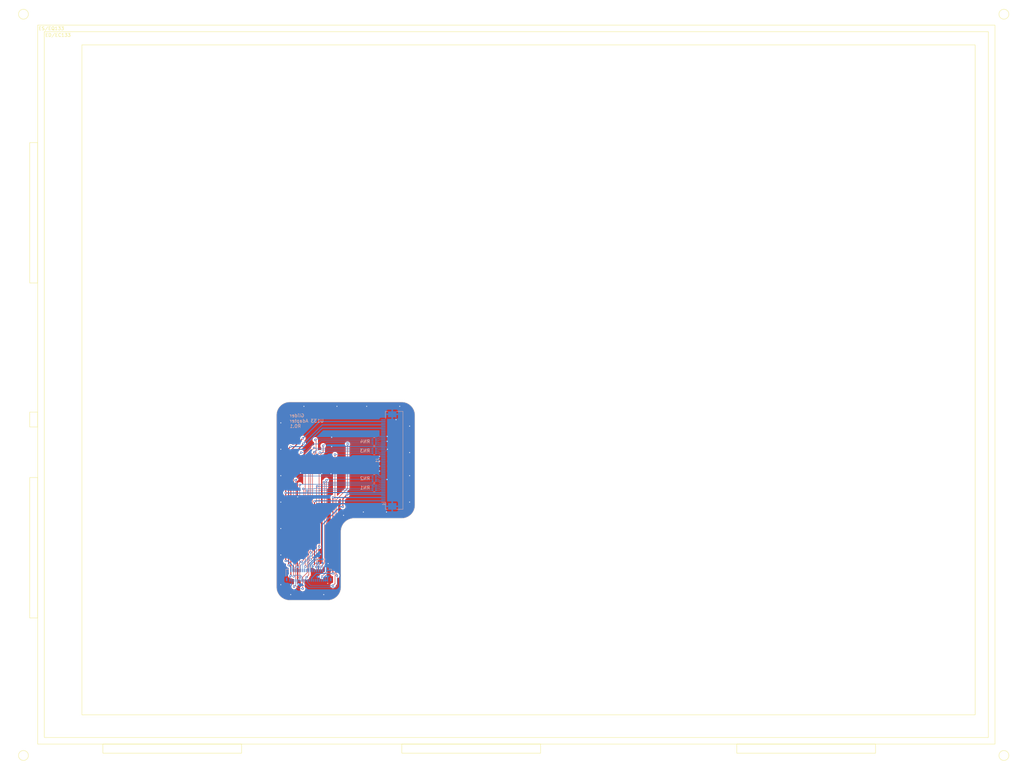
<source format=kicad_pcb>
(kicad_pcb (version 20240108) (generator "pcbnew") (generator_version "8.0")
  (title_block (title "u133_adapter") (date "2025-04-18") (rev "r0p1"))
  (layers (0 "F.Cu" signal) (31 "B.Cu" signal) (34 "B.Paste" user) (35 "F.Paste" user) (36 "B.SilkS" user "B.Silkscreen") (37 "F.SilkS" user "F.Silkscreen") (38 "B.Mask" user) (39 "F.Mask" user) (44 "Edge.Cuts" user))
  (net 0 "")
  (net 1 "GND")
  (net 2 "+3V3")
  (net 4 "/BORDER")
  (net 5 "-VGL")
  (net 8 "/GDOE")
  (net 9 "/GDCLK")
  (net 10 "/GDSP")
  (net 11 "/ESDCLK")
  (net 12 "/ED0")
  (net 13 "+VGH")
  (net 14 "/ED1")
  (net 15 "-VCOM")
  (net 16 "/ED2")
  (net 17 "-VN")
  (net 18 "/ED3")
  (net 19 "+VP")
  (net 20 "/ED4")
  (net 21 "/ED5")
  (net 23 "/ED6")
  (net 25 "/ED7")
  (net 27 "/SDCE0")
  (net 28 "/ESDLE")
  (net 29 "/ESDOE")
  (net 39 "Net-(J1-Pin_12)")
  (net 40 "Net-(J1-Pin_8)")
  (net 41 "Net-(J1-Pin_35)")
  (net 43 "Net-(J1-Pin_38)")
  (net 45 "Net-(J1-Pin_10)")
  (net 48 "Net-(J1-Pin_33)")
  (net 50 "Net-(J1-Pin_15)")
  (net 51 "Net-(J1-Pin_32)")
  (net 53 "Net-(J1-Pin_36)")
  (net 54 "Net-(J1-Pin_30)")
  (net 55 "Net-(J1-Pin_11)")
  (net 56 "Net-(J1-Pin_29)")
  (net 58 "Net-(J1-Pin_13)")
  (net 59 "Net-(J1-Pin_9)")
  (net 60 "Net-(J1-Pin_39)")
  (footprint "Resistor_SMD:R_Array_Convex_4x0402" (layer "B.Cu") (at 163.2902 169.85 180)
    (property "Reference" "RN2")
    (property "Value" "33R / 4D02WGF330JTCE")
  )
  (footprint "footprints:Molex_5025983993" (layer "B.Cu") (at 143.45 199.3 180)
    (property "Reference" "J3")
    (property "Value" "502598-3993")
  )
  (footprint "Resistor_SMD:R_0402_1005Metric" (layer "B.Cu") (at 147.6 194.85 90)
    (property "Reference" "R5")
    (property "Value" "0")
  )
  (footprint "Resistor_SMD:R_Array_Convex_4x0402" (layer "B.Cu") (at 163.2902 161.45 180)
    (property "Reference" "RN3")
    (property "Value" "33R / 4D02WGF330JTCE")
  )
  (footprint "footprints:Xunpu_FPC-05F-50PH20_1x50-1MP_P0.50mm_Horizontal_Mirrored" (layer "B.Cu") (at 167.985 164.35 -90)
    (property "Reference" "J1")
    (property "Value" "Conn_01x50_MountingPin")
  )
  (footprint "Resistor_SMD:R_Array_Convex_4x0402" (layer "B.Cu") (at 163.2902 172.65 180)
    (property "Reference" "RN1")
    (property "Value" "33R / 4D02WGF330JTCE")
  )
  (footprint "Resistor_SMD:R_Array_Convex_4x0402" (layer "B.Cu") (at 163.2902 158.65 180)
    (property "Reference" "RN4")
    (property "Value" "33R / 4D02WGF330JTCE")
  )
  (gr_circle (center 57.1 253.7) (end 58.6 253.7) (stroke (width 0.15)) (fill none) (layer "F.SilkS"))
  (gr_circle (center 57.1 29.3) (end 58.6 29.3) (stroke (width 0.15)) (fill none) (layer "F.SilkS"))
  (gr_rect (start 273.04 250.25) (end 315.04 253) (stroke (width 0.15)) (fill none) (layer "F.SilkS"))
  (gr_rect (start 59 169.56) (end 61.4 212.06) (stroke (width 0.15)) (fill none) (layer "F.SilkS"))
  (gr_rect (start 59 68.16) (end 61.4 110.66) (stroke (width 0.15)) (fill none) (layer "F.SilkS"))
  (gr_rect (start 171.64 250.25) (end 213.64 253) (stroke (width 0.15)) (fill none) (layer "F.SilkS"))
  (gr_rect (start 61.4 32.6) (end 351.2 250.25) (stroke (width 0.15)) (fill none) (layer "F.SilkS"))
  (gr_rect (start 63.4 34.6) (end 349.2 248.25) (stroke (width 0.15)) (fill none) (layer "F.SilkS"))
  (gr_rect (start 74.8 38.6) (end 345.2 241.4) (stroke (width 0.15)) (fill none) (layer "F.SilkS"))
  (gr_circle (center 353.9 29.3) (end 355.4 29.25) (stroke (width 0.15)) (fill none) (layer "F.SilkS"))
  (gr_rect (start 59 149.75) (end 61.4 154.25) (stroke (width 0.15)) (fill none) (layer "F.SilkS"))
  (gr_circle (center 353.9 253.7) (end 355.4 253.7) (stroke (width 0.15)) (fill none) (layer "F.SilkS"))
  (gr_rect (start 81.14 250.25) (end 123.14 253) (stroke (width 0.15)) (fill none) (layer "F.SilkS"))
  (gr_line (start 137.7 206.7) (end 149.2 206.7) (stroke (width 0.1)) (layer "Edge.Cuts"))
  (gr_line (start 153.2 185.9) (end 153.2 202.7) (stroke (width 0.1)) (layer "Edge.Cuts"))
  (gr_line (start 137.7 146.7) (end 171.6 146.7) (stroke (width 0.1)) (layer "Edge.Cuts"))
  (gr_arc (start 153.2 202.7) (mid 152.028427 205.528427) (end 149.2 206.7) (stroke (width 0.1)) (layer "Edge.Cuts"))
  (gr_line (start 171.6 181.9) (end 157.2 181.9) (stroke (width 0.1)) (layer "Edge.Cuts"))
  (gr_arc (start 153.2 185.9) (mid 154.371573 183.071573) (end 157.2 181.9) (stroke (width 0.1)) (layer "Edge.Cuts"))
  (gr_arc (start 137.7 206.7) (mid 134.871573 205.528427) (end 133.7 202.7) (stroke (width 0.1)) (layer "Edge.Cuts"))
  (gr_line (start 175.6 150.7) (end 175.6 177.9) (stroke (width 0.1)) (layer "Edge.Cuts"))
  (gr_arc (start 133.7 150.7) (mid 134.871573 147.871573) (end 137.7 146.7) (stroke (width 0.1)) (layer "Edge.Cuts"))
  (gr_arc (start 175.6 177.9) (mid 174.428427 180.728427) (end 171.6 181.9) (stroke (width 0.1)) (layer "Edge.Cuts"))
  (gr_arc (start 171.6 146.7) (mid 174.428427 147.871573) (end 175.6 150.7) (stroke (width 0.1)) (layer "Edge.Cuts"))
  (gr_line (start 133.7 202.7) (end 133.7 150.7) (stroke (width 0.1)) (layer "Edge.Cuts"))
  (gr_text "Glider\nU133 Adapter\nR0.1" (at 137.6 154.6 0) (layer "B.SilkS") (effects (font (size 1 1)) (justify right bottom mirror)))
  (gr_text "ES/EQ133" (at 61.6 34.2 0) (layer "F.SilkS") (effects (font (size 1 1)) (justify left bottom)))
  (gr_text "ED/EC133" (at 63.6 36.2 0) (layer "F.SilkS") (effects (font (size 1 1)) (justify left bottom)))
  (segment (start 146.4 199.6) (end 146.3865 199.5865) (width 0.4) (layer "F.Cu") (net 1))
  (segment (start 140.193401 196.639508) (end 140.193401 196.006599) (width 0.4) (layer "F.Cu") (net 1))
  (segment (start 146.3865 194.8135) (end 147.2 194) (width 0.4) (layer "F.Cu") (net 1))
  (segment (start 146.3865 199.5865) (end 146.3865 194.8135) (width 0.4) (layer "F.Cu") (net 1))
  (segment (start 140.1243 201.5243) (end 140.1243 196.708609) (width 0.4) (layer "F.Cu") (net 1))
  (segment (start 139.9643 172.2) (end 139.9643 170.891589) (width 0.4) (layer "F.Cu") (net 1))
  (segment (start 139.9643 170.891589) (end 141 169.855889) (width 0.4) (layer "F.Cu") (net 1))
  (segment (start 147.4 191.4) (end 147.4 168.4) (width 0.4) (layer "F.Cu") (net 1))
  (segment (start 140.1243 196.708609) (end 140.193401 196.639508) (width 0.4) (layer "F.Cu") (net 1))
  (segment (start 147.4 193.8) (end 147.4 191.4) (width 0.4) (layer "F.Cu") (net 1))
  (segment (start 149.3384 198.8616) (end 149.3384 195.6) (width 0.6) (layer "F.Cu") (net 1))
  (segment (start 139.9643 175.4) (end 140.0893 175.4) (width 0.4) (layer "F.Cu") (net 1))
  (segment (start 150.4 157.3464) (end 150.4 160.1464) (width 0.3) (layer "F.Cu") (net 1))
  (segment (start 139.9643 195.777498) (end 139.9643 175.4) (width 0.4) (layer "F.Cu") (net 1))
  (segment (start 149.3384 173.2616) (end 150.2 172.4) (width 0.6) (layer "F.Cu") (net 1))
  (segment (start 140.4 201.8) (end 140.1243 201.5243) (width 0.4) (layer "F.Cu") (net 1))
  (segment (start 147.2 194) (end 147.4 193.8) (width 0.4) (layer "F.Cu") (net 1))
  (segment (start 140.193401 196.006599) (end 139.9643 195.777498) (width 0.4) (layer "F.Cu") (net 1))
  (segment (start 150.2 160.3464) (end 150.4 160.1464) (width 0.4) (layer "F.Cu") (net 1))
  (segment (start 139.9643 175.4) (end 139.9643 172.2) (width 0.4) (layer "F.Cu") (net 1))
  (segment (start 150.2 168.4) (end 150.2 160.3464) (width 0.4) (layer "F.Cu") (net 1))
  (segment (start 150.2 172.4) (end 150.2 168.4) (width 0.6) (layer "F.Cu") (net 1))
  (segment (start 149.3384 195.6) (end 149.3384 173.2616) (width 0.6) (layer "F.Cu") (net 1))
  (segment (start 148.8 199.4) (end 149.3384 198.8616) (width 0.6) (layer "F.Cu") (net 1))
  (segment (start 141 169.855889) (end 141 168.2) (width 0.4) (layer "F.Cu") (net 1))
  (via (at 167 180) (size 0.65) (drill 0.3) (layers "F.Cu" "B.Cu") (net 1))
  (via (at 149.3384 195.6) (size 0.65) (drill 0.3) (layers "F.Cu" "B.Cu") (net 1))
  (via (at 135 185) (size 0.65) (drill 0.3) (layers "F.Cu" "B.Cu") (net 1))
  (via (at 135 202) (size 0.65) (drill 0.3) (layers "F.Cu" "B.Cu") (net 1))
  (via (at 148 205) (size 0.65) (drill 0.3) (layers "F.Cu" "B.Cu") (net 1))
  (via (at 146.4 199.6) (size 0.65) (drill 0.3) (layers "F.Cu" "B.Cu") (net 1))
  (via (at 169.89 152.05) (size 0.65) (drill 0.3) (layers "F.Cu" "B.Cu") (net 1))
  (via (at 138 205) (size 0.65) (drill 0.3) (layers "F.Cu" "B.Cu") (net 1))
  (via (at 135 193) (size 0.65) (drill 0.3) (layers "F.Cu" "B.Cu") (net 1))
  (via (at 146.9726 192.8) (size 0.65) (drill 0.3) (layers "F.Cu" "B.Cu") (net 1))
  (via (at 167.24 157.1) (size 0.65) (drill 0.3) (layers "F.Cu" "B.Cu") (net 1))
  (via (at 174 162) (size 0.65) (drill 0.3) (layers "F.Cu" "B.Cu") (net 1))
  (via (at 140.0893 175.4) (size 0.65) (drill 0.3) (layers "F.Cu" "B.Cu") (net 1))
  (via (at 164.85 163.154) (size 0.65) (drill 0.3) (layers "F.Cu" "B.Cu") (net 1))
  (via (at 154 181) (size 0.65) (drill 0.3) (layers "F.Cu" "B.Cu") (net 1))
  (via (at 160 180) (size 0.65) (drill 0.3) (layers "F.Cu" "B.Cu") (net 1))
  (via (at 164.85 166.1) (size 0.65) (drill 0.3) (layers "F.Cu" "B.Cu") (net 1))
  (via (at 150.4 160.1464) (size 0.65) (drill 0.3) (layers "F.Cu" "B.Cu") (net 1))
  (via (at 150.4 157.3464) (size 0.65) (drill 0.3) (layers "F.Cu" "B.Cu") (net 1))
  (via (at 135 161) (size 0.65) (drill 0.3) (layers "F.Cu" "B.Cu") (net 1))
  (via (at 135 169) (size 0.65) (drill 0.3) (layers "F.Cu" "B.Cu") (net 1))
  (via (at 140.193401 196.639508) (size 0.65) (drill 0.3) (layers "F.Cu" "B.Cu") (net 1))
  (via (at 152 148) (size 0.65) (drill 0.3) (layers "F.Cu" "B.Cu") (net 1))
  (via (at 174 154) (size 0.65) (drill 0.3) (layers "F.Cu" "B.Cu") (net 1))
  (via (at 164.85 167.6) (size 0.65) (drill 0.3) (layers "F.Cu" "B.Cu") (net 1))
  (via (at 167.24 158.6) (size 0.65) (drill 0.3) (layers "F.Cu" "B.Cu") (net 1))
  (via (at 171 148) (size 0.65) (drill 0.3) (layers "F.Cu" "B.Cu") (net 1))
  (via (at 167.19 170.15) (size 0.65) (drill 0.3) (layers "F.Cu" "B.Cu") (net 1))
  (via (at 174 177) (size 0.65) (drill 0.3) (layers "F.Cu" "B.Cu") (net 1))
  (via (at 147.4 168.4) (size 0.65) (drill 0.3) (layers "F.Cu" "B.Cu") (net 1))
  (via (at 164.85 164.6) (size 0.65) (drill 0.3) (layers "F.Cu" "B.Cu") (net 1))
  (via (at 167.29 161) (size 0.65) (drill 0.3) (layers "F.Cu" "B.Cu") (net 1))
  (via (at 140.4 201.8) (size 0.65) (drill 0.3) (layers "F.Cu" "B.Cu") (net 1))
  (via (at 142 148) (size 0.65) (drill 0.3) (layers "F.Cu" "B.Cu") (net 1))
  (via (at 138 202) (size 0.65) (drill 0.3) (layers "F.Cu" "B.Cu") (net 1))
  (via (at 135 177) (size 0.65) (drill 0.3) (layers "F.Cu" "B.Cu") (net 1))
  (via (at 135 153) (size 0.65) (drill 0.3) (layers "F.Cu" "B.Cu") (net 1))
  (via (at 174 169) (size 0.65) (drill 0.3) (layers "F.Cu" "B.Cu") (net 1))
  (via (at 146.4036 196) (size 0.65) (drill 0.3) (layers "F.Cu" "B.Cu") (net 1))
  (via (at 150.2 168.4) (size 0.65) (drill 0.3) (layers "F.Cu" "B.Cu") (net 1))
  (via (at 148.8 199.4) (size 0.65) (drill 0.3) (layers "F.Cu" "B.Cu") (net 1))
  (via (at 141 168.2) (size 0.65) (drill 0.3) (layers "F.Cu" "B.Cu") (net 1))
  (via (at 161 148) (size 0.65) (drill 0.3) (layers "F.Cu" "B.Cu") (net 1))
  (segment (start 166 170.1) (end 167.14 170.1) (width 0.1524) (layer "B.Cu") (net 1))
  (segment (start 146.75 200.7) (end 146.75 199.95) (width 0.1524) (layer "B.Cu") (net 1))
  (segment (start 166.69 161.6) (end 167.29 161) (width 0.1524) (layer "B.Cu") (net 1))
  (segment (start 166.64 170.1) (end 166.65 170.1) (width 0.1524) (layer "B.Cu") (net 1))
  (segment (start 167.29 161) (end 167.29 160.71) (width 0.1524) (layer "B.Cu") (net 1))
  (segment (start 167.29 160.71) (end 166.68 160.1) (width 0.1524) (layer "B.Cu") (net 1))
  (segment (start 139.85 196.982909) (end 140.193401 196.639508) (width 0.1524) (layer "B.Cu") (net 1))
  (segment (start 166.035 160.1) (end 150.4464 160.1) (width 0.3) (layer "B.Cu") (net 1))
  (segment (start 148.481078 199.4) (end 148.8 199.4) (width 0.3) (layer "B.Cu") (net 1))
  (segment (start 138.35 200.7) (end 138.35 201.65) (width 0.1524) (layer "B.Cu") (net 1))
  (segment (start 166 166.1) (end 164.85 166.1) (width 0.1524) (layer "B.Cu") (net 1))
  (segment (start 148.040539 199.840539) (end 148.481078 199.4) (width 0.3) (layer "B.Cu") (net 1))
  (segment (start 166.035 157.1) (end 164.29252 157.1) (width 0.3) (layer "B.Cu") (net 1))
  (segment (start 164.244422 168.4) (end 164.154 168.4) (width 0.3) (layer "B.Cu") (net 1))
  (segment (start 148.6 196.2) (end 149.2 195.6) (width 0.3) (layer "B.Cu") (net 1))
  (segment (start 166.64 161.6) (end 166.65 161.6) (width 0.1524) (layer "B.Cu") (net 1))
  (segment (start 166 161.6) (end 166.69 161.6) (width 0.1524) (layer "B.Cu") (net 1))
  (segment (start 147.4 168.4) (end 150.2 168.4) (width 0.4) (layer "B.Cu") (net 1))
  (segment (start 164.29252 157.1) (end 164.12012 157.2724) (width 0.3) (layer "B.Cu") (net 1))
  (segment (start 166.64 160.1) (end 166.65 160.1) (width 0.1524) (layer "B.Cu") (net 1))
  (segment (start 164.944422 169.1) (end 164.244422 168.4) (width 0.3) (layer "B.Cu") (net 1))
  (segment (start 143.86261 195.4976) (end 146.56021 192.8) (width 0.3) (layer "B.Cu") (net 1))
  (segment (start 164.12012 157.2724) (end 150.474 157.2724) (width 0.3) (layer "B.Cu") (net 1))
  (segment (start 166.035 169.1) (end 164.944422 169.1) (width 0.3) (layer "B.Cu") (net 1))
  (segment (start 164.154 168.4) (end 164.154 168.296) (width 0.4) (layer "B.Cu") (net 1))
  (segment (start 146.3865 196.8) (end 146.3865 196.0171) (width 0.4) (layer "B.Cu") (net 1))
  (segment (start 147.95 199.931078) (end 148.040539 199.840539) (width 0.3) (layer "B.Cu") (net 1))
  (segment (start 146.75 199.95) (end 146.4 199.6) (width 0.1524) (layer "B.Cu") (net 1))
  (segment (start 166 157.1) (end 167.24 157.1) (width 0.1524) (layer "B.Cu") (net 1))
  (segment (start 166 163.1) (end 164.904 163.1) (width 0.1524) (layer "B.Cu") (net 1))
  (segment (start 167.14 170.1) (end 167.19 170.15) (width 0.1524) (layer "B.Cu") (net 1))
  (segment (start 148.55 199.65) (end 148.8 199.4) (width 0.3) (layer "B.Cu") (net 1))
  (segment (start 139.85 197.7) (end 139.85 196.982909) (width 0.1524) (layer "B.Cu") (net 1))
  (segment (start 146.45 197.7) (end 146.45 196.8635) (width 0.3) (layer "B.Cu") (net 1))
  (segment (start 146.3865 196.0171) (end 146.4036 196) (width 0.4) (layer "B.Cu") (net 1))
  (segment (start 146.56021 192.8) (end 146.9726 192.8) (width 0.3) (layer "B.Cu") (net 1))
  (segment (start 149.15 199.75) (end 148.8 199.4) (width 0.3) (layer "B.Cu") (net 1))
  (segment (start 143.45 197.7) (end 143.45 195.91021) (width 0.3) (layer "B.Cu") (net 1))
  (segment (start 148.55 200.7) (end 148.55 199.65) (width 0.3) (layer "B.Cu") (net 1))
  (segment (start 164.154 168.296) (end 164.85 167.6) (width 0.4) (layer "B.Cu") (net 1))
  (segment (start 166 164.6) (end 164.85 164.6) (width 0.1524) (layer "B.Cu") (net 1))
  (segment (start 147.95 200.7) (end 147.95 199.931078) (width 0.3) (layer "B.Cu") (net 1))
  (segment (start 140.15 201.55) (end 140.4 201.8) (width 0.1524) (layer "B.Cu") (net 1))
  (segment (start 148.25 196.55) (end 148.6 196.2) (width 0.3) (layer "B.Cu") (net 1))
  (segment (start 150.474 157.2724) (end 150.4 157.3464) (width 0.3) (layer "B.Cu") (net 1))
  (segment (start 149.15 200.7) (end 149.15 199.75) (width 0.3) (layer "B.Cu") (net 1))
  (segment (start 166.64 158.6) (end 166.65 158.6) (width 0.1524) (layer "B.Cu") (net 1))
  (segment (start 148.85 196.0884) (end 149.3384 195.6) (width 0.3) (layer "B.Cu") (net 1))
  (segment (start 150.4464 160.1) (end 150.4 160.1464) (width 0.3) (layer "B.Cu") (net 1))
  (segment (start 169.89 150.2) (end 169.89 152.05) (width 0.1524) (layer "B.Cu") (net 1))
  (segment (start 138.35 201.65) (end 138 202) (width 0.1524) (layer "B.Cu") (net 1))
  (segment (start 143.45 195.91021) (end 143.86261 195.4976) (width 0.3) (layer "B.Cu") (net 1))
  (segment (start 146.45 196.8635) (end 146.3865 196.8) (width 0.3) (layer "B.Cu") (net 1))
  (segment (start 140.15 200.7) (end 140.15 201.55) (width 0.1524) (layer "B.Cu") (net 1))
  (segment (start 166.64 157.1) (end 166.65 157.1) (width 0.1524) (layer "B.Cu") (net 1))
  (segment (start 148.85 197.7) (end 148.85 196.0884) (width 0.3) (layer "B.Cu") (net 1))
  (segment (start 166 167.6) (end 164.85 167.6) (width 0.1524) (layer "B.Cu") (net 1))
  (segment (start 148.25 197.7) (end 148.25 196.55) (width 0.3) (layer "B.Cu") (net 1))
  (segment (start 146.15 200.7) (end 146.15 199.85) (width 0.1524) (layer "B.Cu") (net 1))
  (segment (start 149.2 195.6) (end 149.3384 195.6) (width 0.3) (layer "B.Cu") (net 1))
  (segment (start 146.15 199.85) (end 146.4 199.6) (width 0.1524) (layer "B.Cu") (net 1))
  (segment (start 150.2 168.4) (end 164.244422 168.4) (width 0.4) (layer "B.Cu") (net 1))
  (segment (start 164.904 163.1) (end 164.85 163.154) (width 0.1524) (layer "B.Cu") (net 1))
  (segment (start 166 158.6) (end 167.24 158.6) (width 0.1524) (layer "B.Cu") (net 1))
  (segment (start 138 160.2) (end 136.5 161.7) (width 0.3) (layer "F.Cu") (net 2))
  (segment (start 136.5 174.2) (end 136.5 194.8) (width 0.3) (layer "F.Cu") (net 2))
  (segment (start 136.5 161.7) (end 136.5 174.2) (width 0.3) (layer "F.Cu") (net 2))
  (via (at 136.5 174.2) (size 0.65) (drill 0.3) (layers "F.Cu" "B.Cu") (net 2))
  (via (at 138 160.2) (size 0.65) (drill 0.3) (layers "F.Cu" "B.Cu") (net 2))
  (via (at 136.5 194.8) (size 0.65) (drill 0.3) (layers "F.Cu" "B.Cu") (net 2))
  (segment (start 147.55 154.6) (end 166.035 154.6) (width 0.3) (layer "B.Cu") (net 2))
  (segment (start 141.95 160.2) (end 147.55 154.6) (width 0.3) (layer "B.Cu") (net 2))
  (segment (start 136.5274 174.2274) (end 136.5 174.2) (width 0.3) (layer "B.Cu") (net 2))
  (segment (start 138 160.2) (end 141.95 160.2) (width 0.3) (layer "B.Cu") (net 2))
  (segment (start 137.15 194.8) (end 138.65 196.3) (width 0.3) (layer "B.Cu") (net 2))
  (segment (start 166.035 174.1) (end 149.15 174.1) (width 0.3) (layer "B.Cu") (net 2))
  (segment (start 149.15 174.1) (end 149.0226 174.2274) (width 0.3) (layer "B.Cu") (net 2))
  (segment (start 138.65 196.3) (end 138.65 197.7) (width 0.3) (layer "B.Cu") (net 2))
  (segment (start 136.5 194.8) (end 137.15 194.8) (width 0.3) (layer "B.Cu") (net 2))
  (segment (start 149.0226 174.2274) (end 136.5274 174.2274) (width 0.3) (layer "B.Cu") (net 2))
  (segment (start 147.65 195.41) (end 147.65 197.7) (width 0.1524) (layer "B.Cu") (net 4))
  (segment (start 147.6 195.36) (end 147.65 195.41) (width 0.1524) (layer "B.Cu") (net 4))
  (segment (start 145.2 195.8) (end 145.2 192.2) (width 0.3) (layer "F.Cu") (net 5))
  (segment (start 145.2 192.2) (end 145.2 176.8) (width 0.3) (layer "F.Cu") (net 5))
  (segment (start 144.8 196.2) (end 145.2 195.8) (width 0.3) (layer "F.Cu") (net 5))
  (via (at 145.2 176.8) (size 0.65) (drill 0.3) (layers "F.Cu" "B.Cu") (net 5))
  (via (at 144.8 196.2) (size 0.65) (drill 0.3) (layers "F.Cu" "B.Cu") (net 5))
  (segment (start 144.65 196.35) (end 144.8 196.2) (width 0.3) (layer "B.Cu") (net 5))
  (segment (start 145.2 176.8) (end 145.4 176.8) (width 0.3) (layer "B.Cu") (net 5))
  (segment (start 145.6 176.6) (end 166.035 176.6) (width 0.3) (layer "B.Cu") (net 5))
  (segment (start 144.65 197.7) (end 144.65 196.35) (width 0.3) (layer "B.Cu") (net 5))
  (segment (start 145.4 176.8) (end 145.6 176.6) (width 0.3) (layer "B.Cu") (net 5))
  (segment (start 145.7091 196.6) (end 145.8 196.5091) (width 0.1524) (layer "F.Cu") (net 8))
  (segment (start 145.8 172.4) (end 146 172.2) (width 0.1524) (layer "F.Cu") (net 8))
  (segment (start 145.8 196.5091) (end 145.8 172.4) (width 0.1524) (layer "F.Cu") (net 8))
  (via (at 145.7091 196.6) (size 0.65) (drill 0.3) (layers "F.Cu" "B.Cu") (net 8))
  (via (at 146 172.2) (size 0.65) (drill 0.3) (layers "F.Cu" "B.Cu") (net 8))
  (segment (start 149.8 172.2) (end 150.1 171.9) (width 0.1524) (layer "B.Cu") (net 8))
  (segment (start 145.85 197.7) (end 145.85 196.7409) (width 0.1524) (layer "B.Cu") (net 8))
  (segment (start 150.1 171.9) (end 162.7902 171.9) (width 0.1524) (layer "B.Cu") (net 8))
  (segment (start 145.85 196.7409) (end 145.7091 196.6) (width 0.1524) (layer "B.Cu") (net 8))
  (segment (start 146 172.2) (end 149.8 172.2) (width 0.1524) (layer "B.Cu") (net 8))
  (segment (start 148.7848 198.209) (end 147.477 199.5168) (width 0.1524) (layer "F.Cu") (net 9))
  (segment (start 148.7863 170.4137) (end 148.7863 177.302) (width 0.1524) (layer "F.Cu") (net 9))
  (segment (start 148.7848 177.3035) (end 148.7848 198.209) (width 0.1524) (layer "F.Cu") (net 9))
  (segment (start 148.7863 177.302) (end 148.7848 177.3035) (width 0.1524) (layer "F.Cu") (net 9))
  (segment (start 148.8 170.4) (end 148.7863 170.4137) (width 0.1524) (layer "F.Cu") (net 9))
  (via (at 148.8 170.4) (size 0.65) (drill 0.3) (layers "F.Cu" "B.Cu") (net 9))
  (via (at 147.477 199.5168) (size 0.65) (drill 0.3) (layers "F.Cu" "B.Cu") (net 9))
  (segment (start 148.8 170.4) (end 149.1 170.1) (width 0.1524) (layer "B.Cu") (net 9))
  (segment (start 147.477 199.5168) (end 147.35 199.6438) (width 0.1524) (layer "B.Cu") (net 9))
  (segment (start 147.35 199.6438) (end 147.35 200.7) (width 0.1524) (layer "B.Cu") (net 9))
  (segment (start 149.1 170.1) (end 162.7902 170.1) (width 0.1524) (layer "B.Cu") (net 9))
  (segment (start 148.231 195.4329) (end 147.0639 196.6) (width 0.1524) (layer "F.Cu") (net 10))
  (segment (start 148.231 171.1536) (end 148.231 195.4329) (width 0.1524) (layer "F.Cu") (net 10))
  (segment (start 148.0774 171) (end 148.231 171.1536) (width 0.1524) (layer "F.Cu") (net 10))
  (via (at 148.0774 171) (size 0.65) (drill 0.3) (layers "F.Cu" "B.Cu") (net 10))
  (via (at 147.0639 196.6) (size 0.65) (drill 0.3) (layers "F.Cu" "B.Cu") (net 10))
  (segment (start 148.1077 171.0303) (end 162.7902 171.0303) (width 0.1524) (layer "B.Cu") (net 10))
  (segment (start 147.05 196.6139) (end 147.05 197.7) (width 0.1524) (layer "B.Cu") (net 10))
  (segment (start 148.0774 171) (end 148.1077 171.0303) (width 0.1524) (layer "B.Cu") (net 10))
  (segment (start 162.7902 171.0303) (end 162.7902 170.6) (width 0.1524) (layer "B.Cu") (net 10))
  (segment (start 147.0639 196.6) (end 147.05 196.6139) (width 0.1524) (layer "B.Cu") (net 10))
  (segment (start 139 202.6) (end 139.5357 202.0643) (width 0.1524) (layer "F.Cu") (net 11))
  (segment (start 139.5357 202.0643) (end 139.5357 170.3622) (width 0.1524) (layer "F.Cu") (net 11))
  (via (at 139.5357 170.3622) (size 0.65) (drill 0.3) (layers "F.Cu" "B.Cu") (net 11))
  (via (at 139 202.6) (size 0.65) (drill 0.3) (layers "F.Cu" "B.Cu") (net 11))
  (segment (start 139 202.6) (end 138.95 202.55) (width 0.1524) (layer "B.Cu") (net 11))
  (segment (start 138.95 202.55) (end 138.95 200.7) (width 0.1524) (layer "B.Cu") (net 11))
  (segment (start 139.5357 170.3622) (end 140.7979 169.1) (width 0.1524) (layer "B.Cu") (net 11))
  (segment (start 140.7979 169.1) (end 162.7902 169.1) (width 0.1524) (layer "B.Cu") (net 11))
  (segment (start 144.0465 192.2) (end 144 192.1535) (width 0.1524) (layer "F.Cu") (net 12))
  (segment (start 145.6785 158.397) (end 145.4291 158.1476) (width 0.1524) (layer "F.Cu") (net 12))
  (segment (start 144 163.775109) (end 145.6785 162.096609) (width 0.1524) (layer "F.Cu") (net 12))
  (segment (start 145.6785 162.096609) (end 145.6785 158.397) (width 0.1524) (layer "F.Cu") (net 12))
  (segment (start 144 192.1535) (end 144 163.775109) (width 0.1524) (layer "F.Cu") (net 12))
  (via (at 145.4291 158.1476) (size 0.65) (drill 0.3) (layers "F.Cu" "B.Cu") (net 12))
  (via (at 144.0465 192.2) (size 0.65) (drill 0.3) (layers "F.Cu" "B.Cu") (net 12))
  (segment (start 144.0465 193.1214) (end 141.05 196.1179) (width 0.1524) (layer "B.Cu") (net 12))
  (segment (start 141.05 196.1179) (end 141.05 197.7) (width 0.1524) (layer "B.Cu") (net 12))
  (segment (start 145.4291 158.1476) (end 145.6767 157.9) (width 0.1524) (layer "B.Cu") (net 12))
  (segment (start 145.6767 157.9) (end 162.7902 157.9) (width 0.1524) (layer "B.Cu") (net 12))
  (segment (start 144.0465 192.2) (end 144.0465 193.1214) (width 0.1524) (layer "B.Cu") (net 12))
  (segment (start 150.7776 198.5363) (end 150.8249 198.5836) (width 0.3) (layer "F.Cu") (net 13))
  (segment (start 150.8 175.6) (end 150.7776 175.6224) (width 0.3) (layer "F.Cu") (net 13))
  (segment (start 150.7776 175.6224) (end 150.7776 198.5363) (width 0.3) (layer "F.Cu") (net 13))
  (via (at 150.8249 198.5836) (size 0.65) (drill 0.3) (layers "F.Cu" "B.Cu") (net 13))
  (via (at 150.8 175.6) (size 0.65) (drill 0.3) (layers "F.Cu" "B.Cu") (net 13))
  (segment (start 166.035 175.6) (end 150.8 175.6) (width 0.3) (layer "B.Cu") (net 13))
  (segment (start 150.8249 198.5836) (end 145.7623 198.5836) (width 0.3) (layer "B.Cu") (net 13))
  (segment (start 145.7623 198.5836) (end 144.35 199.9959) (width 0.3) (layer "B.Cu") (net 13))
  (segment (start 144.35 200.7) (end 144.35 199.9959) (width 0.3) (layer "B.Cu") (net 13))
  (segment (start 138.9182 164.2102) (end 141.1481 161.9803) (width 0.1524) (layer "F.Cu") (net 14))
  (segment (start 138.9182 199.477) (end 138.9182 164.2102) (width 0.1524) (layer "F.Cu") (net 14))
  (via (at 138.9182 199.477) (size 0.65) (drill 0.3) (layers "F.Cu" "B.Cu") (net 14))
  (via (at 141.1481 161.9803) (size 0.65) (drill 0.3) (layers "F.Cu" "B.Cu") (net 14))
  (segment (start 141.4071 199.5951) (end 140.9529 199.1409) (width 0.1524) (layer "B.Cu") (net 14))
  (segment (start 141.1481 161.9803) (end 142.2756 161.9803) (width 0.1524) (layer "B.Cu") (net 14))
  (segment (start 140.9529 199.1409) (end 139.2543 199.1409) (width 0.1524) (layer "B.Cu") (net 14))
  (segment (start 141.4071 200.0126) (end 141.4071 199.5951) (width 0.1524) (layer "B.Cu") (net 14))
  (segment (start 142.2756 161.9803) (end 144.86 159.3959) (width 0.1524) (layer "B.Cu") (net 14))
  (segment (start 139.2543 199.1409) (end 138.9182 199.477) (width 0.1524) (layer "B.Cu") (net 14))
  (segment (start 141.35 200.0697) (end 141.4071 200.0126) (width 0.1524) (layer "B.Cu") (net 14))
  (segment (start 146.2275 159.3959) (end 147.2234 158.4) (width 0.1524) (layer "B.Cu") (net 14))
  (segment (start 141.35 200.7) (end 141.35 200.0697) (width 0.1524) (layer "B.Cu") (net 14))
  (segment (start 147.2234 158.4) (end 162.7902 158.4) (width 0.1524) (layer "B.Cu") (net 14))
  (segment (start 144.86 159.3959) (end 146.2275 159.3959) (width 0.1524) (layer "B.Cu") (net 14))
  (segment (start 153.8 176) (end 155 174.8) (width 0.3) (layer "F.Cu") (net 15))
  (segment (start 153.8 178.4) (end 153.8 176) (width 0.3) (layer "F.Cu") (net 15))
  (via (at 155 174.8) (size 0.65) (drill 0.3) (layers "F.Cu" "B.Cu") (net 15))
  (via (at 153.8 178.4) (size 0.65) (drill 0.3) (layers "F.Cu" "B.Cu") (net 15))
  (segment (start 153 178.4) (end 147.6 183.8) (width 0.3) (layer "B.Cu") (net 15))
  (segment (start 144.05 195.95) (end 145.66 194.34) (width 0.3) (layer "B.Cu") (net 15))
  (segment (start 153.8 178.4) (end 153 178.4) (width 0.3) (layer "B.Cu") (net 15))
  (segment (start 155.2 174.6) (end 166.035 174.6) (width 0.3) (layer "B.Cu") (net 15))
  (segment (start 147.6 183.8) (end 147.6 194.34) (width 0.3) (layer "B.Cu") (net 15))
  (segment (start 155 174.8) (end 155.2 174.6) (width 0.3) (layer "B.Cu") (net 15))
  (segment (start 144.05 197.7) (end 144.05 195.95) (width 0.3) (layer "B.Cu") (net 15))
  (segment (start 145.66 194.34) (end 147.6 194.34) (width 0.3) (layer "B.Cu") (net 15))
  (segment (start 147.8213 161.801109) (end 147.8213 159.9497) (width 0.1524) (layer "F.Cu") (net 16))
  (segment (start 146.6 163.022409) (end 147.8213 161.801109) (width 0.1524) (layer "F.Cu") (net 16))
  (segment (start 146.6 190.4) (end 146.6 163.022409) (width 0.1524) (layer "F.Cu") (net 16))
  (via (at 147.8213 159.9497) (size 0.65) (drill 0.3) (layers "F.Cu" "B.Cu") (net 16))
  (via (at 146.6 190.4) (size 0.65) (drill 0.3) (layers "F.Cu" "B.Cu") (net 16))
  (segment (start 146.6 190.4) (end 146.6 191.0014) (width 0.1524) (layer "B.Cu") (net 16))
  (segment (start 148.871 158.9) (end 147.8213 159.9497) (width 0.1524) (layer "B.Cu") (net 16))
  (segment (start 162.7902 158.9) (end 148.871 158.9) (width 0.1524) (layer "B.Cu") (net 16))
  (segment (start 146.6 191.0014) (end 141.65 195.9514) (width 0.1524) (layer "B.Cu") (net 16))
  (segment (start 141.65 195.9514) (end 141.65 197.7) (width 0.1524) (layer "B.Cu") (net 16))
  (segment (start 141.8 159.5) (end 138.032 163.268) (width 0.3) (layer "F.Cu") (net 17))
  (segment (start 141.8 159.35) (end 141.8 159.5) (width 0.3) (layer "F.Cu") (net 17))
  (segment (start 138.032 163.268) (end 138.032 199.2555) (width 0.3) (layer "F.Cu") (net 17))
  (via (at 141.8 159.35) (size 0.65) (drill 0.3) (layers "F.Cu" "B.Cu") (net 17))
  (via (at 138.032 199.2555) (size 0.65) (drill 0.3) (layers "F.Cu" "B.Cu") (net 17))
  (segment (start 138.032 199.2555) (end 137.75 199.5375) (width 0.3) (layer "B.Cu") (net 17))
  (segment (start 137.75 199.5375) (end 137.75 200.7) (width 0.3) (layer "B.Cu") (net 17))
  (segment (start 141.8 159.35) (end 147.55 153.6) (width 0.3) (layer "B.Cu") (net 17))
  (segment (start 147.55 153.6) (end 166.035 153.6) (width 0.3) (layer "B.Cu") (net 17))
  (segment (start 155.2221 172.8523) (end 155.2221 159.4757) (width 0.1524) (layer "F.Cu") (net 18))
  (segment (start 155.2221 159.4757) (end 155.2 159.4536) (width 0.1524) (layer "F.Cu") (net 18))
  (segment (start 151.9654 199.2) (end 151.8 199.0346) (width 0.1524) (layer "F.Cu") (net 18))
  (segment (start 151.8 176.2744) (end 155.2221 172.8523) (width 0.1524) (layer "F.Cu") (net 18))
  (segment (start 151.8 199.0346) (end 151.8 176.2744) (width 0.1524) (layer "F.Cu") (net 18))
  (via (at 155.2 159.4536) (size 0.65) (drill 0.3) (layers "F.Cu" "B.Cu") (net 18))
  (via (at 151.9654 199.2) (size 0.65) (drill 0.3) (layers "F.Cu" "B.Cu") (net 18))
  (segment (start 141.95 201.3303) (end 141.95 200.7) (width 0.1524) (layer "B.Cu") (net 18))
  (segment (start 151.685 202.8195) (end 143.4392 202.8195) (width 0.1524) (layer "B.Cu") (net 18))
  (segment (start 155.2 159.4536) (end 155.2536 159.4) (width 0.1524) (layer "B.Cu") (net 18))
  (segment (start 143.4392 202.8195) (end 141.95 201.3303) (width 0.1524) (layer "B.Cu") (net 18))
  (segment (start 152.0905 199.3251) (end 152.0905 202.414) (width 0.1524) (layer "B.Cu") (net 18))
  (segment (start 155.2536 159.4) (end 162.7902 159.4) (width 0.1524) (layer "B.Cu") (net 18))
  (segment (start 151.9654 199.2) (end 152.0905 199.3251) (width 0.1524) (layer "B.Cu") (net 18))
  (segment (start 152.0905 202.414) (end 151.685 202.8195) (width 0.1524) (layer "B.Cu") (net 18))
  (segment (start 137.3693 162.0152) (end 141.6963 157.6882) (width 0.3) (layer "F.Cu") (net 19))
  (segment (start 137.3693 196.05) (end 137.3693 162.0152) (width 0.3) (layer "F.Cu") (net 19))
  (via (at 141.6963 157.6882) (size 0.65) (drill 0.3) (layers "F.Cu" "B.Cu") (net 19))
  (via (at 137.3693 196.05) (size 0.65) (drill 0.3) (layers "F.Cu" "B.Cu") (net 19))
  (segment (start 146.7845 152.6) (end 141.6963 157.6882) (width 0.3) (layer "B.Cu") (net 19))
  (segment (start 166.035 152.6) (end 146.7845 152.6) (width 0.3) (layer "B.Cu") (net 19))
  (segment (start 138.05 196.7307) (end 138.05 197.7) (width 0.3) (layer "B.Cu") (net 19))
  (segment (start 137.3693 196.05) (end 138.05 196.7307) (width 0.3) (layer "B.Cu") (net 19))
  (segment (start 142.3823 196.3434) (end 142.4819 196.443) (width 0.1524) (layer "F.Cu") (net 20))
  (segment (start 145.0542 160.5883) (end 142.3823 163.2602) (width 0.1524) (layer "F.Cu") (net 20))
  (segment (start 142.3823 163.2602) (end 142.3823 196.3434) (width 0.1524) (layer "F.Cu") (net 20))
  (via (at 145.0542 160.5883) (size 0.65) (drill 0.3) (layers "F.Cu" "B.Cu") (net 20))
  (via (at 142.4819 196.443) (size 0.65) (drill 0.3) (layers "F.Cu" "B.Cu") (net 20))
  (segment (start 142.25 196.6749) (end 142.4819 196.443) (width 0.1524) (layer "B.Cu") (net 20))
  (segment (start 145.1659 160.7) (end 145.0542 160.5883) (width 0.1524) (layer "B.Cu") (net 20))
  (segment (start 142.25 197.7) (end 142.25 196.6749) (width 0.1524) (layer "B.Cu") (net 20))
  (segment (start 162.7902 160.7) (end 145.1659 160.7) (width 0.1524) (layer "B.Cu") (net 20))
  (segment (start 143.4929 199.0337) (end 143.4929 163.4993) (width 0.1524) (layer "F.Cu") (net 21))
  (segment (start 142.85 199.6766) (end 143.4929 199.0337) (width 0.1524) (layer "F.Cu") (net 21))
  (segment (start 143.4929 163.4993) (end 145.1249 161.8673) (width 0.1524) (layer "F.Cu") (net 21))
  (via (at 145.1249 161.8673) (size 0.65) (drill 0.3) (layers "F.Cu" "B.Cu") (net 21))
  (via (at 142.85 199.6766) (size 0.65) (drill 0.3) (layers "F.Cu" "B.Cu") (net 21))
  (segment (start 142.85 199.6766) (end 142.55 199.9766) (width 0.1524) (layer "B.Cu") (net 21))
  (segment (start 162.7902 161.2) (end 145.7922 161.2) (width 0.1524) (layer "B.Cu") (net 21))
  (segment (start 145.7922 161.2) (end 145.1249 161.8673) (width 0.1524) (layer "B.Cu") (net 21))
  (segment (start 142.55 199.9766) (end 142.55 200.7) (width 0.1524) (layer "B.Cu") (net 21))
  (segment (start 144.6 193.8465) (end 144.6 164.2395) (width 0.1524) (layer "F.Cu") (net 23))
  (segment (start 144.6 164.2395) (end 146.8395 162) (width 0.1524) (layer "F.Cu") (net 23))
  (segment (start 144.0465 194.4) (end 144.6 193.8465) (width 0.1524) (layer "F.Cu") (net 23))
  (via (at 144.0465 194.4) (size 0.65) (drill 0.3) (layers "F.Cu" "B.Cu") (net 23))
  (via (at 146.8395 162) (size 0.65) (drill 0.3) (layers "F.Cu" "B.Cu") (net 23))
  (segment (start 143.0355 197.5145) (end 142.85 197.7) (width 0.1524) (layer "B.Cu") (net 23))
  (segment (start 149.1631 161.7) (end 162.7902 161.7) (width 0.1524) (layer "B.Cu") (net 23))
  (segment (start 148.8631 162) (end 149.1631 161.7) (width 0.1524) (layer "B.Cu") (net 23))
  (segment (start 146.8395 162) (end 148.8631 162) (width 0.1524) (layer "B.Cu") (net 23))
  (segment (start 143.0355 195.411) (end 143.0355 197.5145) (width 0.1524) (layer "B.Cu") (net 23))
  (segment (start 144.0465 194.4) (end 143.0355 195.411) (width 0.1524) (layer "B.Cu") (net 23))
  (segment (start 150.8 202.2641) (end 151.4118 201.6523) (width 0.1524) (layer "F.Cu") (net 25))
  (segment (start 151.4 198.375791) (end 151.4 162.6) (width 0.1524) (layer "F.Cu") (net 25))
  (segment (start 151.4118 201.6523) (end 151.4118 198.387591) (width 0.1524) (layer "F.Cu") (net 25))
  (segment (start 151.4118 198.387591) (end 151.4 198.375791) (width 0.1524) (layer "F.Cu") (net 25))
  (via (at 151.4 162.6) (size 0.65) (drill 0.3) (layers "F.Cu" "B.Cu") (net 25))
  (via (at 150.8 202.2641) (size 0.65) (drill 0.3) (layers "F.Cu" "B.Cu") (net 25))
  (segment (start 143.15 201.3303) (end 143.15 200.7) (width 0.1524) (layer "B.Cu") (net 25))
  (segment (start 150.8 202.2641) (end 144.0838 202.2641) (width 0.1524) (layer "B.Cu") (net 25))
  (segment (start 156.4055 162.2) (end 162.7902 162.2) (width 0.1524) (layer "B.Cu") (net 25))
  (segment (start 151.4 162.6) (end 156.0055 162.6) (width 0.1524) (layer "B.Cu") (net 25))
  (segment (start 144.0838 202.2641) (end 143.15 201.3303) (width 0.1524) (layer "B.Cu") (net 25))
  (segment (start 156.0055 162.6) (end 156.4055 162.2) (width 0.1524) (layer "B.Cu") (net 25))
  (segment (start 140.747 199.7211) (end 140.8017 199.7758) (width 0.1524) (layer "F.Cu") (net 27))
  (segment (start 140.747 171.8) (end 140.747 199.7211) (width 0.1524) (layer "F.Cu") (net 27))
  (via (at 140.8017 199.7758) (size 0.65) (drill 0.3) (layers "F.Cu" "B.Cu") (net 27))
  (via (at 140.747 171.8) (size 0.65) (drill 0.3) (layers "F.Cu" "B.Cu") (net 27))
  (segment (start 163.2705 171.6046) (end 163.2705 172.4) (width 0.1524) (layer "B.Cu") (net 27))
  (segment (start 149.4 171.6) (end 149.5303 171.4697) (width 0.1524) (layer "B.Cu") (net 27))
  (segment (start 140.747 171.8) (end 140.947 171.6) (width 0.1524) (layer "B.Cu") (net 27))
  (segment (start 163.2705 172.4) (end 162.7902 172.4) (width 0.1524) (layer "B.Cu") (net 27))
  (segment (start 140.947 171.6) (end 149.4 171.6) (width 0.1524) (layer "B.Cu") (net 27))
  (segment (start 140.75 199.8275) (end 140.8017 199.7758) (width 0.1524) (layer "B.Cu") (net 27))
  (segment (start 149.5303 171.4697) (end 163.1356 171.4697) (width 0.1524) (layer "B.Cu") (net 27))
  (segment (start 163.1356 171.4697) (end 163.2705 171.6046) (width 0.1524) (layer "B.Cu") (net 27))
  (segment (start 140.75 200.7) (end 140.75 199.8275) (width 0.1524) (layer "B.Cu") (net 27))
  (segment (start 141.9065 173.1065) (end 141.9065 194.476) (width 0.1524) (layer "F.Cu") (net 28))
  (segment (start 141.8 173) (end 141.9065 173.1065) (width 0.1524) (layer "F.Cu") (net 28))
  (segment (start 141.9065 194.476) (end 141.3066 195.0759) (width 0.1524) (layer "F.Cu") (net 28))
  (via (at 141.8 173) (size 0.65) (drill 0.3) (layers "F.Cu" "B.Cu") (net 28))
  (via (at 141.3066 195.0759) (size 0.65) (drill 0.3) (layers "F.Cu" "B.Cu") (net 28))
  (segment (start 145.0638 173) (end 145.1638 172.9) (width 0.1524) (layer "B.Cu") (net 28))
  (segment (start 140.9741 195.0759) (end 141.3066 195.0759) (width 0.1524) (layer "B.Cu") (net 28))
  (segment (start 141.8 173) (end 145.0638 173) (width 0.1524) (layer "B.Cu") (net 28))
  (segment (start 139.25 197.7) (end 139.25 196.8) (width 0.1524) (layer "B.Cu") (net 28))
  (segment (start 145.1638 172.9) (end 162.7902 172.9) (width 0.1524) (layer "B.Cu") (net 28))
  (segment (start 139.25 196.8) (end 140.9741 195.0759) (width 0.1524) (layer "B.Cu") (net 28))
  (segment (start 143.0874 173.7498) (end 142.9376 173.6) (width 0.1524) (layer "F.Cu") (net 29))
  (segment (start 143.0874 198.2734) (end 143.0874 173.7498) (width 0.1524) (layer "F.Cu") (net 29))
  (segment (start 141.6354 199.7254) (end 143.0874 198.2734) (width 0.1524) (layer "F.Cu") (net 29))
  (segment (start 141.6354 203.2) (end 141.6354 199.7254) (width 0.1524) (layer "F.Cu") (net 29))
  (via (at 141.6354 203.2) (size 0.65) (drill 0.3) (layers "F.Cu" "B.Cu") (net 29))
  (via (at 142.9376 173.6) (size 0.65) (drill 0.3) (layers "F.Cu" "B.Cu") (net 29))
  (segment (start 146.7204 173.6) (end 146.9204 173.4) (width 0.1524) (layer "B.Cu") (net 29))
  (segment (start 142.9376 173.6) (end 146.7204 173.6) (width 0.1524) (layer "B.Cu") (net 29))
  (segment (start 139.55 202.35) (end 139.55 200.7) (width 0.1524) (layer "B.Cu") (net 29))
  (segment (start 141.6354 203.2) (end 140.4 203.2) (width 0.1524) (layer "B.Cu") (net 29))
  (segment (start 140.4 203.2) (end 139.55 202.35) (width 0.1524) (layer "B.Cu") (net 29))
  (segment (start 146.9204 173.4) (end 162.7902 173.4) (width 0.1524) (layer "B.Cu") (net 29))
  (segment (start 164.5 170.6) (end 163.7902 170.6) (width 0.1524) (layer "B.Cu") (net 39))
  (segment (start 163.7902 170.6) (end 163.79 170.6) (width 0.1524) (layer "B.Cu") (net 39))
  (segment (start 166.035 171.1) (end 165 171.1) (width 0.1524) (layer "B.Cu") (net 39))
  (segment (start 165 171.1) (end 164.5 170.6) (width 0.1524) (layer "B.Cu") (net 39))
  (segment (start 163.7902 173.4) (end 163.79 173.4) (width 0.1524) (layer "B.Cu") (net 40))
  (segment (start 164.9 173.4) (end 163.7902 173.4) (width 0.1524) (layer "B.Cu") (net 40))
  (segment (start 165.2 173.1) (end 164.9 173.4) (width 0.1524) (layer "B.Cu") (net 40))
  (segment (start 166.035 173.1) (end 165.2 173.1) (width 0.1524) (layer "B.Cu") (net 40))
  (segment (start 166.035 159.6) (end 164.6 159.6) (width 0.1524) (layer "B.Cu") (net 41))
  (segment (start 164.6 159.6) (end 164.4 159.4) (width 0.1524) (layer "B.Cu") (net 41))
  (segment (start 163.7902 159.4) (end 163.79 159.4) (width 0.1524) (layer "B.Cu") (net 41))
  (segment (start 164.4 159.4) (end 163.7902 159.4) (width 0.1524) (layer "B.Cu") (net 41))
  (segment (start 163.7902 158.4) (end 163.79 158.4) (width 0.1524) (layer "B.Cu") (net 43))
  (segment (start 164.5 158.4) (end 163.7902 158.4) (width 0.1524) (layer "B.Cu") (net 43))
  (segment (start 164.8 158.1) (end 164.5 158.4) (width 0.1524) (layer "B.Cu") (net 43))
  (segment (start 166.035 158.1) (end 164.8 158.1) (width 0.1524) (layer "B.Cu") (net 43))
  (segment (start 163.7902 172.4) (end 163.79 172.4) (width 0.1524) (layer "B.Cu") (net 45))
  (segment (start 166.035 172.1) (end 165 172.1) (width 0.1524) (layer "B.Cu") (net 45))
  (segment (start 165 172.1) (end 164.7 172.4) (width 0.1524) (layer "B.Cu") (net 45))
  (segment (start 164.7 172.4) (end 163.7902 172.4) (width 0.1524) (layer "B.Cu") (net 45))
  (segment (start 163.7902 160.7) (end 163.79 160.7) (width 0.1524) (layer "B.Cu") (net 48))
  (segment (start 164.37 160.6) (end 166.035 160.6) (width 0.1524) (layer "B.Cu") (net 48))
  (segment (start 164.37 160.6) (end 164.27 160.7) (width 0.1524) (layer "B.Cu") (net 48))
  (segment (start 164.27 160.7) (end 163.7902 160.7) (width 0.1524) (layer "B.Cu") (net 48))
  (segment (start 166.035 169.6) (end 164.8 169.6) (width 0.1524) (layer "B.Cu") (net 50))
  (segment (start 163.79 169.1) (end 163.7902 169.1) (width 0.1524) (layer "B.Cu") (net 50))
  (segment (start 164.3 169.1) (end 163.7902 169.1) (width 0.1524) (layer "B.Cu") (net 50))
  (segment (start 164.8 169.6) (end 164.3 169.1) (width 0.1524) (layer "B.Cu") (net 50))
  (segment (start 164.7 161.1) (end 164.6 161.2) (width 0.1524) (layer "B.Cu") (net 51))
  (segment (start 163.7902 161.2) (end 163.79 161.2) (width 0.1524) (layer "B.Cu") (net 51))
  (segment (start 166.035 161.1) (end 164.7 161.1) (width 0.1524) (layer "B.Cu") (net 51))
  (segment (start 164.6 161.2) (end 163.7902 161.2) (width 0.1524) (layer "B.Cu") (net 51))
  (segment (start 164.7 159.1) (end 164.5 158.9) (width 0.1524) (layer "B.Cu") (net 53))
  (segment (start 163.7902 158.9) (end 163.79 158.9) (width 0.1524) (layer "B.Cu") (net 53))
  (segment (start 164.5 158.9) (end 163.7902 158.9) (width 0.1524) (layer "B.Cu") (net 53))
  (segment (start 166.035 159.1) (end 164.7 159.1) (width 0.1524) (layer "B.Cu") (net 53))
  (segment (start 163.7902 161.7) (end 163.79 161.7) (width 0.1524) (layer "B.Cu") (net 54))
  (segment (start 164.6 161.7) (end 163.7902 161.7) (width 0.1524) (layer "B.Cu") (net 54))
  (segment (start 165 162.1) (end 164.6 161.7) (width 0.1524) (layer "B.Cu") (net 54))
  (segment (start 166.035 162.1) (end 165 162.1) (width 0.1524) (layer "B.Cu") (net 54))
  (segment (start 164.9 171.6) (end 164.6 171.9) (width 0.1524) (layer "B.Cu") (net 55))
  (segment (start 163.7902 171.9) (end 163.79 171.9) (width 0.1524) (layer "B.Cu") (net 55))
  (segment (start 166.035 171.6) (end 164.9 171.6) (width 0.1524) (layer "B.Cu") (net 55))
  (segment (start 164.6 171.9) (end 163.7902 171.9) (width 0.1524) (layer "B.Cu") (net 55))
  (segment (start 163.7902 162.2) (end 163.79 162.2) (width 0.1524) (layer "B.Cu") (net 56))
  (segment (start 166.035 162.6) (end 165 162.6) (width 0.1524) (layer "B.Cu") (net 56))
  (segment (start 165 162.6) (end 164.6 162.2) (width 0.1524) (layer "B.Cu") (net 56))
  (segment (start 164.6 162.2) (end 163.7902 162.2) (width 0.1524) (layer "B.Cu") (net 56))
  (segment (start 166.035 170.6) (end 165 170.6) (width 0.1524) (layer "B.Cu") (net 58))
  (segment (start 163.7902 170.1) (end 163.79 170.1) (width 0.1524) (layer "B.Cu") (net 58))
  (segment (start 164.5 170.1) (end 163.7902 170.1) (width 0.1524) (layer "B.Cu") (net 58))
  (segment (start 165 170.6) (end 164.5 170.1) (width 0.1524) (layer "B.Cu") (net 58))
  (segment (start 163.7902 172.9) (end 163.79 172.9) (width 0.1524) (layer "B.Cu") (net 59))
  (segment (start 165.1 172.6) (end 166.035 172.6) (width 0.1524) (layer "B.Cu") (net 59))
  (segment (start 164.8 172.9) (end 165.1 172.6) (width 0.1524) (layer "B.Cu") (net 59))
  (segment (start 163.7902 172.9) (end 164.8 172.9) (width 0.1524) (layer "B.Cu") (net 59))
  (segment (start 166.035 157.6) (end 164.6463 157.6) (width 0.1524) (layer "B.Cu") (net 60))
  (segment (start 164.6463 157.6) (end 164.3463 157.9) (width 0.1524) (layer "B.Cu") (net 60))
  (segment (start 163.7902 157.9) (end 163.79 157.9) (width 0.1524) (layer "B.Cu") (net 60))
  (segment (start 164.3463 157.9) (end 163.7902 157.9) (width 0.1524) (layer "B.Cu") (net 60))
  (zone (net 1) (net_name "GND") (layers "F&B.Cu") (connect_pads (clearance 0.508)) (min_thickness 0.25) (fill yes (thermal_gap 0.5) (thermal_bridge_width 0.5))
    (polygon (pts (xy 50 25) (xy 50 260) (xy 360 260) (xy 360 25)))
  )
)
</source>
